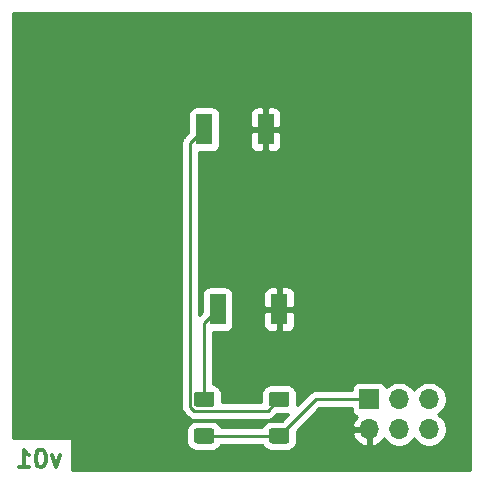
<source format=gbl>
%TF.GenerationSoftware,KiCad,Pcbnew,(5.1.12-1-10_14)*%
%TF.CreationDate,2022-04-05T15:59:24-04:00*%
%TF.ProjectId,Caution_SAO,43617574-696f-46e5-9f53-414f2e6b6963,rev?*%
%TF.SameCoordinates,Original*%
%TF.FileFunction,Copper,L2,Bot*%
%TF.FilePolarity,Positive*%
%FSLAX46Y46*%
G04 Gerber Fmt 4.6, Leading zero omitted, Abs format (unit mm)*
G04 Created by KiCad (PCBNEW (5.1.12-1-10_14)) date 2022-04-05 15:59:24*
%MOMM*%
%LPD*%
G01*
G04 APERTURE LIST*
%TA.AperFunction,NonConductor*%
%ADD10C,0.300000*%
%TD*%
%TA.AperFunction,SMDPad,CuDef*%
%ADD11R,1.400000X2.600000*%
%TD*%
%TA.AperFunction,ComponentPad*%
%ADD12R,1.700000X1.700000*%
%TD*%
%TA.AperFunction,ComponentPad*%
%ADD13O,1.700000X1.700000*%
%TD*%
%TA.AperFunction,Conductor*%
%ADD14C,0.250000*%
%TD*%
%TA.AperFunction,Conductor*%
%ADD15C,0.254000*%
%TD*%
%TA.AperFunction,Conductor*%
%ADD16C,0.100000*%
%TD*%
G04 APERTURE END LIST*
D10*
X104655714Y-138108571D02*
X104298571Y-139108571D01*
X103941428Y-138108571D01*
X103084285Y-137608571D02*
X102941428Y-137608571D01*
X102798571Y-137680000D01*
X102727142Y-137751428D01*
X102655714Y-137894285D01*
X102584285Y-138180000D01*
X102584285Y-138537142D01*
X102655714Y-138822857D01*
X102727142Y-138965714D01*
X102798571Y-139037142D01*
X102941428Y-139108571D01*
X103084285Y-139108571D01*
X103227142Y-139037142D01*
X103298571Y-138965714D01*
X103370000Y-138822857D01*
X103441428Y-138537142D01*
X103441428Y-138180000D01*
X103370000Y-137894285D01*
X103298571Y-137751428D01*
X103227142Y-137680000D01*
X103084285Y-137608571D01*
X101155714Y-139108571D02*
X102012857Y-139108571D01*
X101584285Y-139108571D02*
X101584285Y-137608571D01*
X101727142Y-137822857D01*
X101870000Y-137965714D01*
X102012857Y-138037142D01*
D11*
%TO.P,D1,2*%
%TO.N,Net-(D1-Pad2)*%
X117990000Y-125730000D03*
%TO.P,D1,1*%
%TO.N,GND*%
X123190000Y-125730000D03*
%TD*%
%TO.P,D2,1*%
%TO.N,GND*%
X122040000Y-110490000D03*
%TO.P,D2,2*%
%TO.N,Net-(D2-Pad2)*%
X116840000Y-110490000D03*
%TD*%
D12*
%TO.P,J1,1*%
%TO.N,VCC*%
X130810000Y-133350000D03*
D13*
%TO.P,J1,2*%
%TO.N,GND*%
X130810000Y-135890000D03*
%TO.P,J1,3*%
%TO.N,Net-(J1-Pad3)*%
X133350000Y-133350000D03*
%TO.P,J1,4*%
%TO.N,Net-(J1-Pad4)*%
X133350000Y-135890000D03*
%TO.P,J1,5*%
%TO.N,Net-(J1-Pad5)*%
X135890000Y-133350000D03*
%TO.P,J1,6*%
%TO.N,Net-(J1-Pad6)*%
X135890000Y-135890000D03*
%TD*%
%TO.P,R1,1*%
%TO.N,Net-(D1-Pad2)*%
%TA.AperFunction,SMDPad,CuDef*%
G36*
G01*
X116215000Y-132700000D02*
X117465000Y-132700000D01*
G75*
G02*
X117715000Y-132950000I0J-250000D01*
G01*
X117715000Y-133750000D01*
G75*
G02*
X117465000Y-134000000I-250000J0D01*
G01*
X116215000Y-134000000D01*
G75*
G02*
X115965000Y-133750000I0J250000D01*
G01*
X115965000Y-132950000D01*
G75*
G02*
X116215000Y-132700000I250000J0D01*
G01*
G37*
%TD.AperFunction*%
%TO.P,R1,2*%
%TO.N,VCC*%
%TA.AperFunction,SMDPad,CuDef*%
G36*
G01*
X116215000Y-135800000D02*
X117465000Y-135800000D01*
G75*
G02*
X117715000Y-136050000I0J-250000D01*
G01*
X117715000Y-136850000D01*
G75*
G02*
X117465000Y-137100000I-250000J0D01*
G01*
X116215000Y-137100000D01*
G75*
G02*
X115965000Y-136850000I0J250000D01*
G01*
X115965000Y-136050000D01*
G75*
G02*
X116215000Y-135800000I250000J0D01*
G01*
G37*
%TD.AperFunction*%
%TD*%
%TO.P,R2,2*%
%TO.N,VCC*%
%TA.AperFunction,SMDPad,CuDef*%
G36*
G01*
X122565000Y-135800000D02*
X123815000Y-135800000D01*
G75*
G02*
X124065000Y-136050000I0J-250000D01*
G01*
X124065000Y-136850000D01*
G75*
G02*
X123815000Y-137100000I-250000J0D01*
G01*
X122565000Y-137100000D01*
G75*
G02*
X122315000Y-136850000I0J250000D01*
G01*
X122315000Y-136050000D01*
G75*
G02*
X122565000Y-135800000I250000J0D01*
G01*
G37*
%TD.AperFunction*%
%TO.P,R2,1*%
%TO.N,Net-(D2-Pad2)*%
%TA.AperFunction,SMDPad,CuDef*%
G36*
G01*
X122565000Y-132700000D02*
X123815000Y-132700000D01*
G75*
G02*
X124065000Y-132950000I0J-250000D01*
G01*
X124065000Y-133750000D01*
G75*
G02*
X123815000Y-134000000I-250000J0D01*
G01*
X122565000Y-134000000D01*
G75*
G02*
X122315000Y-133750000I0J250000D01*
G01*
X122315000Y-132950000D01*
G75*
G02*
X122565000Y-132700000I250000J0D01*
G01*
G37*
%TD.AperFunction*%
%TD*%
D14*
%TO.N,Net-(D1-Pad2)*%
X116840000Y-126880000D02*
X117990000Y-125730000D01*
X116840000Y-133350000D02*
X116840000Y-126880000D01*
%TO.N,Net-(D2-Pad2)*%
X115639990Y-111690010D02*
X116840000Y-110490000D01*
X115976820Y-134325010D02*
X115639990Y-133988180D01*
X115639990Y-133988180D02*
X115639990Y-111690010D01*
X122214990Y-134325010D02*
X115976820Y-134325010D01*
X123190000Y-133350000D02*
X122214990Y-134325010D01*
%TO.N,VCC*%
X126290000Y-133350000D02*
X123190000Y-136450000D01*
X130810000Y-133350000D02*
X126290000Y-133350000D01*
X123190000Y-136450000D02*
X116840000Y-136450000D01*
%TD*%
D15*
%TO.N,GND*%
X139340001Y-139340000D02*
X105655000Y-139340000D01*
X105655000Y-136640000D01*
X100660000Y-136640000D01*
X100660000Y-111690010D01*
X114876314Y-111690010D01*
X114879991Y-111727343D01*
X114879990Y-133950858D01*
X114876314Y-133988180D01*
X114879990Y-134025502D01*
X114879990Y-134025512D01*
X114890987Y-134137165D01*
X114923208Y-134243386D01*
X114934444Y-134280426D01*
X115005016Y-134412456D01*
X115031052Y-134444180D01*
X115099989Y-134528181D01*
X115128993Y-134551984D01*
X115413016Y-134836007D01*
X115436819Y-134865011D01*
X115552544Y-134959984D01*
X115643581Y-135008645D01*
X115684573Y-135030556D01*
X115827834Y-135074013D01*
X115976820Y-135088687D01*
X116014153Y-135085010D01*
X122177668Y-135085010D01*
X122214990Y-135088686D01*
X122252312Y-135085010D01*
X122252323Y-135085010D01*
X122363976Y-135074013D01*
X122507237Y-135030556D01*
X122639266Y-134959984D01*
X122754991Y-134865011D01*
X122778794Y-134836008D01*
X122976729Y-134638072D01*
X123815000Y-134638072D01*
X123939377Y-134625822D01*
X123403271Y-135161928D01*
X122565000Y-135161928D01*
X122391746Y-135178992D01*
X122225150Y-135229528D01*
X122071614Y-135311595D01*
X121937038Y-135422038D01*
X121826595Y-135556614D01*
X121755298Y-135690000D01*
X118274702Y-135690000D01*
X118203405Y-135556614D01*
X118092962Y-135422038D01*
X117958386Y-135311595D01*
X117804850Y-135229528D01*
X117638254Y-135178992D01*
X117465000Y-135161928D01*
X116215000Y-135161928D01*
X116041746Y-135178992D01*
X115875150Y-135229528D01*
X115721614Y-135311595D01*
X115587038Y-135422038D01*
X115476595Y-135556614D01*
X115394528Y-135710150D01*
X115343992Y-135876746D01*
X115326928Y-136050000D01*
X115326928Y-136850000D01*
X115343992Y-137023254D01*
X115394528Y-137189850D01*
X115476595Y-137343386D01*
X115587038Y-137477962D01*
X115721614Y-137588405D01*
X115875150Y-137670472D01*
X116041746Y-137721008D01*
X116215000Y-137738072D01*
X117465000Y-137738072D01*
X117638254Y-137721008D01*
X117804850Y-137670472D01*
X117958386Y-137588405D01*
X118092962Y-137477962D01*
X118203405Y-137343386D01*
X118274702Y-137210000D01*
X121755298Y-137210000D01*
X121826595Y-137343386D01*
X121937038Y-137477962D01*
X122071614Y-137588405D01*
X122225150Y-137670472D01*
X122391746Y-137721008D01*
X122565000Y-137738072D01*
X123815000Y-137738072D01*
X123988254Y-137721008D01*
X124154850Y-137670472D01*
X124308386Y-137588405D01*
X124442962Y-137477962D01*
X124553405Y-137343386D01*
X124635472Y-137189850D01*
X124686008Y-137023254D01*
X124703072Y-136850000D01*
X124703072Y-136246891D01*
X129368519Y-136246891D01*
X129465843Y-136521252D01*
X129614822Y-136771355D01*
X129809731Y-136987588D01*
X130043080Y-137161641D01*
X130305901Y-137286825D01*
X130453110Y-137331476D01*
X130683000Y-137210155D01*
X130683000Y-136017000D01*
X129489186Y-136017000D01*
X129368519Y-136246891D01*
X124703072Y-136246891D01*
X124703072Y-136050000D01*
X124699641Y-136015161D01*
X126604802Y-134110000D01*
X129321928Y-134110000D01*
X129321928Y-134200000D01*
X129334188Y-134324482D01*
X129370498Y-134444180D01*
X129429463Y-134554494D01*
X129508815Y-134651185D01*
X129605506Y-134730537D01*
X129715820Y-134789502D01*
X129791626Y-134812498D01*
X129614822Y-135008645D01*
X129465843Y-135258748D01*
X129368519Y-135533109D01*
X129489186Y-135763000D01*
X130683000Y-135763000D01*
X130683000Y-135743000D01*
X130937000Y-135743000D01*
X130937000Y-135763000D01*
X130957000Y-135763000D01*
X130957000Y-136017000D01*
X130937000Y-136017000D01*
X130937000Y-137210155D01*
X131166890Y-137331476D01*
X131314099Y-137286825D01*
X131576920Y-137161641D01*
X131810269Y-136987588D01*
X132005178Y-136771355D01*
X132074805Y-136654466D01*
X132196525Y-136836632D01*
X132403368Y-137043475D01*
X132646589Y-137205990D01*
X132916842Y-137317932D01*
X133203740Y-137375000D01*
X133496260Y-137375000D01*
X133783158Y-137317932D01*
X134053411Y-137205990D01*
X134296632Y-137043475D01*
X134503475Y-136836632D01*
X134620000Y-136662240D01*
X134736525Y-136836632D01*
X134943368Y-137043475D01*
X135186589Y-137205990D01*
X135456842Y-137317932D01*
X135743740Y-137375000D01*
X136036260Y-137375000D01*
X136323158Y-137317932D01*
X136593411Y-137205990D01*
X136836632Y-137043475D01*
X137043475Y-136836632D01*
X137205990Y-136593411D01*
X137317932Y-136323158D01*
X137375000Y-136036260D01*
X137375000Y-135743740D01*
X137317932Y-135456842D01*
X137205990Y-135186589D01*
X137043475Y-134943368D01*
X136836632Y-134736525D01*
X136662240Y-134620000D01*
X136836632Y-134503475D01*
X137043475Y-134296632D01*
X137205990Y-134053411D01*
X137317932Y-133783158D01*
X137375000Y-133496260D01*
X137375000Y-133203740D01*
X137317932Y-132916842D01*
X137205990Y-132646589D01*
X137043475Y-132403368D01*
X136836632Y-132196525D01*
X136593411Y-132034010D01*
X136323158Y-131922068D01*
X136036260Y-131865000D01*
X135743740Y-131865000D01*
X135456842Y-131922068D01*
X135186589Y-132034010D01*
X134943368Y-132196525D01*
X134736525Y-132403368D01*
X134620000Y-132577760D01*
X134503475Y-132403368D01*
X134296632Y-132196525D01*
X134053411Y-132034010D01*
X133783158Y-131922068D01*
X133496260Y-131865000D01*
X133203740Y-131865000D01*
X132916842Y-131922068D01*
X132646589Y-132034010D01*
X132403368Y-132196525D01*
X132271513Y-132328380D01*
X132249502Y-132255820D01*
X132190537Y-132145506D01*
X132111185Y-132048815D01*
X132014494Y-131969463D01*
X131904180Y-131910498D01*
X131784482Y-131874188D01*
X131660000Y-131861928D01*
X129960000Y-131861928D01*
X129835518Y-131874188D01*
X129715820Y-131910498D01*
X129605506Y-131969463D01*
X129508815Y-132048815D01*
X129429463Y-132145506D01*
X129370498Y-132255820D01*
X129334188Y-132375518D01*
X129321928Y-132500000D01*
X129321928Y-132590000D01*
X126327322Y-132590000D01*
X126289999Y-132586324D01*
X126252676Y-132590000D01*
X126252667Y-132590000D01*
X126141014Y-132600997D01*
X125997753Y-132644454D01*
X125865723Y-132715026D01*
X125790518Y-132776746D01*
X125749999Y-132809999D01*
X125726201Y-132838997D01*
X124690822Y-133874376D01*
X124703072Y-133750000D01*
X124703072Y-132950000D01*
X124686008Y-132776746D01*
X124635472Y-132610150D01*
X124553405Y-132456614D01*
X124442962Y-132322038D01*
X124308386Y-132211595D01*
X124154850Y-132129528D01*
X123988254Y-132078992D01*
X123815000Y-132061928D01*
X122565000Y-132061928D01*
X122391746Y-132078992D01*
X122225150Y-132129528D01*
X122071614Y-132211595D01*
X121937038Y-132322038D01*
X121826595Y-132456614D01*
X121744528Y-132610150D01*
X121693992Y-132776746D01*
X121676928Y-132950000D01*
X121676928Y-133565010D01*
X118353072Y-133565010D01*
X118353072Y-132950000D01*
X118336008Y-132776746D01*
X118285472Y-132610150D01*
X118203405Y-132456614D01*
X118092962Y-132322038D01*
X117958386Y-132211595D01*
X117804850Y-132129528D01*
X117638254Y-132078992D01*
X117600000Y-132075224D01*
X117600000Y-127668072D01*
X118690000Y-127668072D01*
X118814482Y-127655812D01*
X118934180Y-127619502D01*
X119044494Y-127560537D01*
X119141185Y-127481185D01*
X119220537Y-127384494D01*
X119279502Y-127274180D01*
X119315812Y-127154482D01*
X119328072Y-127030000D01*
X121851928Y-127030000D01*
X121864188Y-127154482D01*
X121900498Y-127274180D01*
X121959463Y-127384494D01*
X122038815Y-127481185D01*
X122135506Y-127560537D01*
X122245820Y-127619502D01*
X122365518Y-127655812D01*
X122490000Y-127668072D01*
X122904250Y-127665000D01*
X123063000Y-127506250D01*
X123063000Y-125857000D01*
X123317000Y-125857000D01*
X123317000Y-127506250D01*
X123475750Y-127665000D01*
X123890000Y-127668072D01*
X124014482Y-127655812D01*
X124134180Y-127619502D01*
X124244494Y-127560537D01*
X124341185Y-127481185D01*
X124420537Y-127384494D01*
X124479502Y-127274180D01*
X124515812Y-127154482D01*
X124528072Y-127030000D01*
X124525000Y-126015750D01*
X124366250Y-125857000D01*
X123317000Y-125857000D01*
X123063000Y-125857000D01*
X122013750Y-125857000D01*
X121855000Y-126015750D01*
X121851928Y-127030000D01*
X119328072Y-127030000D01*
X119328072Y-124430000D01*
X121851928Y-124430000D01*
X121855000Y-125444250D01*
X122013750Y-125603000D01*
X123063000Y-125603000D01*
X123063000Y-123953750D01*
X123317000Y-123953750D01*
X123317000Y-125603000D01*
X124366250Y-125603000D01*
X124525000Y-125444250D01*
X124528072Y-124430000D01*
X124515812Y-124305518D01*
X124479502Y-124185820D01*
X124420537Y-124075506D01*
X124341185Y-123978815D01*
X124244494Y-123899463D01*
X124134180Y-123840498D01*
X124014482Y-123804188D01*
X123890000Y-123791928D01*
X123475750Y-123795000D01*
X123317000Y-123953750D01*
X123063000Y-123953750D01*
X122904250Y-123795000D01*
X122490000Y-123791928D01*
X122365518Y-123804188D01*
X122245820Y-123840498D01*
X122135506Y-123899463D01*
X122038815Y-123978815D01*
X121959463Y-124075506D01*
X121900498Y-124185820D01*
X121864188Y-124305518D01*
X121851928Y-124430000D01*
X119328072Y-124430000D01*
X119315812Y-124305518D01*
X119279502Y-124185820D01*
X119220537Y-124075506D01*
X119141185Y-123978815D01*
X119044494Y-123899463D01*
X118934180Y-123840498D01*
X118814482Y-123804188D01*
X118690000Y-123791928D01*
X117290000Y-123791928D01*
X117165518Y-123804188D01*
X117045820Y-123840498D01*
X116935506Y-123899463D01*
X116838815Y-123978815D01*
X116759463Y-124075506D01*
X116700498Y-124185820D01*
X116664188Y-124305518D01*
X116651928Y-124430000D01*
X116651928Y-125993271D01*
X116399990Y-126245209D01*
X116399990Y-112428072D01*
X117540000Y-112428072D01*
X117664482Y-112415812D01*
X117784180Y-112379502D01*
X117894494Y-112320537D01*
X117991185Y-112241185D01*
X118070537Y-112144494D01*
X118129502Y-112034180D01*
X118165812Y-111914482D01*
X118178072Y-111790000D01*
X120701928Y-111790000D01*
X120714188Y-111914482D01*
X120750498Y-112034180D01*
X120809463Y-112144494D01*
X120888815Y-112241185D01*
X120985506Y-112320537D01*
X121095820Y-112379502D01*
X121215518Y-112415812D01*
X121340000Y-112428072D01*
X121754250Y-112425000D01*
X121913000Y-112266250D01*
X121913000Y-110617000D01*
X122167000Y-110617000D01*
X122167000Y-112266250D01*
X122325750Y-112425000D01*
X122740000Y-112428072D01*
X122864482Y-112415812D01*
X122984180Y-112379502D01*
X123094494Y-112320537D01*
X123191185Y-112241185D01*
X123270537Y-112144494D01*
X123329502Y-112034180D01*
X123365812Y-111914482D01*
X123378072Y-111790000D01*
X123375000Y-110775750D01*
X123216250Y-110617000D01*
X122167000Y-110617000D01*
X121913000Y-110617000D01*
X120863750Y-110617000D01*
X120705000Y-110775750D01*
X120701928Y-111790000D01*
X118178072Y-111790000D01*
X118178072Y-109190000D01*
X120701928Y-109190000D01*
X120705000Y-110204250D01*
X120863750Y-110363000D01*
X121913000Y-110363000D01*
X121913000Y-108713750D01*
X122167000Y-108713750D01*
X122167000Y-110363000D01*
X123216250Y-110363000D01*
X123375000Y-110204250D01*
X123378072Y-109190000D01*
X123365812Y-109065518D01*
X123329502Y-108945820D01*
X123270537Y-108835506D01*
X123191185Y-108738815D01*
X123094494Y-108659463D01*
X122984180Y-108600498D01*
X122864482Y-108564188D01*
X122740000Y-108551928D01*
X122325750Y-108555000D01*
X122167000Y-108713750D01*
X121913000Y-108713750D01*
X121754250Y-108555000D01*
X121340000Y-108551928D01*
X121215518Y-108564188D01*
X121095820Y-108600498D01*
X120985506Y-108659463D01*
X120888815Y-108738815D01*
X120809463Y-108835506D01*
X120750498Y-108945820D01*
X120714188Y-109065518D01*
X120701928Y-109190000D01*
X118178072Y-109190000D01*
X118165812Y-109065518D01*
X118129502Y-108945820D01*
X118070537Y-108835506D01*
X117991185Y-108738815D01*
X117894494Y-108659463D01*
X117784180Y-108600498D01*
X117664482Y-108564188D01*
X117540000Y-108551928D01*
X116140000Y-108551928D01*
X116015518Y-108564188D01*
X115895820Y-108600498D01*
X115785506Y-108659463D01*
X115688815Y-108738815D01*
X115609463Y-108835506D01*
X115550498Y-108945820D01*
X115514188Y-109065518D01*
X115501928Y-109190000D01*
X115501928Y-110753270D01*
X115128988Y-111126211D01*
X115099990Y-111150009D01*
X115076192Y-111179007D01*
X115076191Y-111179008D01*
X115005016Y-111265734D01*
X114934444Y-111397764D01*
X114890988Y-111541025D01*
X114876314Y-111690010D01*
X100660000Y-111690010D01*
X100660000Y-100660000D01*
X139340000Y-100660000D01*
X139340001Y-139340000D01*
%TA.AperFunction,Conductor*%
D16*
G36*
X139340001Y-139340000D02*
G01*
X105655000Y-139340000D01*
X105655000Y-136640000D01*
X100660000Y-136640000D01*
X100660000Y-111690010D01*
X114876314Y-111690010D01*
X114879991Y-111727343D01*
X114879990Y-133950858D01*
X114876314Y-133988180D01*
X114879990Y-134025502D01*
X114879990Y-134025512D01*
X114890987Y-134137165D01*
X114923208Y-134243386D01*
X114934444Y-134280426D01*
X115005016Y-134412456D01*
X115031052Y-134444180D01*
X115099989Y-134528181D01*
X115128993Y-134551984D01*
X115413016Y-134836007D01*
X115436819Y-134865011D01*
X115552544Y-134959984D01*
X115643581Y-135008645D01*
X115684573Y-135030556D01*
X115827834Y-135074013D01*
X115976820Y-135088687D01*
X116014153Y-135085010D01*
X122177668Y-135085010D01*
X122214990Y-135088686D01*
X122252312Y-135085010D01*
X122252323Y-135085010D01*
X122363976Y-135074013D01*
X122507237Y-135030556D01*
X122639266Y-134959984D01*
X122754991Y-134865011D01*
X122778794Y-134836008D01*
X122976729Y-134638072D01*
X123815000Y-134638072D01*
X123939377Y-134625822D01*
X123403271Y-135161928D01*
X122565000Y-135161928D01*
X122391746Y-135178992D01*
X122225150Y-135229528D01*
X122071614Y-135311595D01*
X121937038Y-135422038D01*
X121826595Y-135556614D01*
X121755298Y-135690000D01*
X118274702Y-135690000D01*
X118203405Y-135556614D01*
X118092962Y-135422038D01*
X117958386Y-135311595D01*
X117804850Y-135229528D01*
X117638254Y-135178992D01*
X117465000Y-135161928D01*
X116215000Y-135161928D01*
X116041746Y-135178992D01*
X115875150Y-135229528D01*
X115721614Y-135311595D01*
X115587038Y-135422038D01*
X115476595Y-135556614D01*
X115394528Y-135710150D01*
X115343992Y-135876746D01*
X115326928Y-136050000D01*
X115326928Y-136850000D01*
X115343992Y-137023254D01*
X115394528Y-137189850D01*
X115476595Y-137343386D01*
X115587038Y-137477962D01*
X115721614Y-137588405D01*
X115875150Y-137670472D01*
X116041746Y-137721008D01*
X116215000Y-137738072D01*
X117465000Y-137738072D01*
X117638254Y-137721008D01*
X117804850Y-137670472D01*
X117958386Y-137588405D01*
X118092962Y-137477962D01*
X118203405Y-137343386D01*
X118274702Y-137210000D01*
X121755298Y-137210000D01*
X121826595Y-137343386D01*
X121937038Y-137477962D01*
X122071614Y-137588405D01*
X122225150Y-137670472D01*
X122391746Y-137721008D01*
X122565000Y-137738072D01*
X123815000Y-137738072D01*
X123988254Y-137721008D01*
X124154850Y-137670472D01*
X124308386Y-137588405D01*
X124442962Y-137477962D01*
X124553405Y-137343386D01*
X124635472Y-137189850D01*
X124686008Y-137023254D01*
X124703072Y-136850000D01*
X124703072Y-136246891D01*
X129368519Y-136246891D01*
X129465843Y-136521252D01*
X129614822Y-136771355D01*
X129809731Y-136987588D01*
X130043080Y-137161641D01*
X130305901Y-137286825D01*
X130453110Y-137331476D01*
X130683000Y-137210155D01*
X130683000Y-136017000D01*
X129489186Y-136017000D01*
X129368519Y-136246891D01*
X124703072Y-136246891D01*
X124703072Y-136050000D01*
X124699641Y-136015161D01*
X126604802Y-134110000D01*
X129321928Y-134110000D01*
X129321928Y-134200000D01*
X129334188Y-134324482D01*
X129370498Y-134444180D01*
X129429463Y-134554494D01*
X129508815Y-134651185D01*
X129605506Y-134730537D01*
X129715820Y-134789502D01*
X129791626Y-134812498D01*
X129614822Y-135008645D01*
X129465843Y-135258748D01*
X129368519Y-135533109D01*
X129489186Y-135763000D01*
X130683000Y-135763000D01*
X130683000Y-135743000D01*
X130937000Y-135743000D01*
X130937000Y-135763000D01*
X130957000Y-135763000D01*
X130957000Y-136017000D01*
X130937000Y-136017000D01*
X130937000Y-137210155D01*
X131166890Y-137331476D01*
X131314099Y-137286825D01*
X131576920Y-137161641D01*
X131810269Y-136987588D01*
X132005178Y-136771355D01*
X132074805Y-136654466D01*
X132196525Y-136836632D01*
X132403368Y-137043475D01*
X132646589Y-137205990D01*
X132916842Y-137317932D01*
X133203740Y-137375000D01*
X133496260Y-137375000D01*
X133783158Y-137317932D01*
X134053411Y-137205990D01*
X134296632Y-137043475D01*
X134503475Y-136836632D01*
X134620000Y-136662240D01*
X134736525Y-136836632D01*
X134943368Y-137043475D01*
X135186589Y-137205990D01*
X135456842Y-137317932D01*
X135743740Y-137375000D01*
X136036260Y-137375000D01*
X136323158Y-137317932D01*
X136593411Y-137205990D01*
X136836632Y-137043475D01*
X137043475Y-136836632D01*
X137205990Y-136593411D01*
X137317932Y-136323158D01*
X137375000Y-136036260D01*
X137375000Y-135743740D01*
X137317932Y-135456842D01*
X137205990Y-135186589D01*
X137043475Y-134943368D01*
X136836632Y-134736525D01*
X136662240Y-134620000D01*
X136836632Y-134503475D01*
X137043475Y-134296632D01*
X137205990Y-134053411D01*
X137317932Y-133783158D01*
X137375000Y-133496260D01*
X137375000Y-133203740D01*
X137317932Y-132916842D01*
X137205990Y-132646589D01*
X137043475Y-132403368D01*
X136836632Y-132196525D01*
X136593411Y-132034010D01*
X136323158Y-131922068D01*
X136036260Y-131865000D01*
X135743740Y-131865000D01*
X135456842Y-131922068D01*
X135186589Y-132034010D01*
X134943368Y-132196525D01*
X134736525Y-132403368D01*
X134620000Y-132577760D01*
X134503475Y-132403368D01*
X134296632Y-132196525D01*
X134053411Y-132034010D01*
X133783158Y-131922068D01*
X133496260Y-131865000D01*
X133203740Y-131865000D01*
X132916842Y-131922068D01*
X132646589Y-132034010D01*
X132403368Y-132196525D01*
X132271513Y-132328380D01*
X132249502Y-132255820D01*
X132190537Y-132145506D01*
X132111185Y-132048815D01*
X132014494Y-131969463D01*
X131904180Y-131910498D01*
X131784482Y-131874188D01*
X131660000Y-131861928D01*
X129960000Y-131861928D01*
X129835518Y-131874188D01*
X129715820Y-131910498D01*
X129605506Y-131969463D01*
X129508815Y-132048815D01*
X129429463Y-132145506D01*
X129370498Y-132255820D01*
X129334188Y-132375518D01*
X129321928Y-132500000D01*
X129321928Y-132590000D01*
X126327322Y-132590000D01*
X126289999Y-132586324D01*
X126252676Y-132590000D01*
X126252667Y-132590000D01*
X126141014Y-132600997D01*
X125997753Y-132644454D01*
X125865723Y-132715026D01*
X125790518Y-132776746D01*
X125749999Y-132809999D01*
X125726201Y-132838997D01*
X124690822Y-133874376D01*
X124703072Y-133750000D01*
X124703072Y-132950000D01*
X124686008Y-132776746D01*
X124635472Y-132610150D01*
X124553405Y-132456614D01*
X124442962Y-132322038D01*
X124308386Y-132211595D01*
X124154850Y-132129528D01*
X123988254Y-132078992D01*
X123815000Y-132061928D01*
X122565000Y-132061928D01*
X122391746Y-132078992D01*
X122225150Y-132129528D01*
X122071614Y-132211595D01*
X121937038Y-132322038D01*
X121826595Y-132456614D01*
X121744528Y-132610150D01*
X121693992Y-132776746D01*
X121676928Y-132950000D01*
X121676928Y-133565010D01*
X118353072Y-133565010D01*
X118353072Y-132950000D01*
X118336008Y-132776746D01*
X118285472Y-132610150D01*
X118203405Y-132456614D01*
X118092962Y-132322038D01*
X117958386Y-132211595D01*
X117804850Y-132129528D01*
X117638254Y-132078992D01*
X117600000Y-132075224D01*
X117600000Y-127668072D01*
X118690000Y-127668072D01*
X118814482Y-127655812D01*
X118934180Y-127619502D01*
X119044494Y-127560537D01*
X119141185Y-127481185D01*
X119220537Y-127384494D01*
X119279502Y-127274180D01*
X119315812Y-127154482D01*
X119328072Y-127030000D01*
X121851928Y-127030000D01*
X121864188Y-127154482D01*
X121900498Y-127274180D01*
X121959463Y-127384494D01*
X122038815Y-127481185D01*
X122135506Y-127560537D01*
X122245820Y-127619502D01*
X122365518Y-127655812D01*
X122490000Y-127668072D01*
X122904250Y-127665000D01*
X123063000Y-127506250D01*
X123063000Y-125857000D01*
X123317000Y-125857000D01*
X123317000Y-127506250D01*
X123475750Y-127665000D01*
X123890000Y-127668072D01*
X124014482Y-127655812D01*
X124134180Y-127619502D01*
X124244494Y-127560537D01*
X124341185Y-127481185D01*
X124420537Y-127384494D01*
X124479502Y-127274180D01*
X124515812Y-127154482D01*
X124528072Y-127030000D01*
X124525000Y-126015750D01*
X124366250Y-125857000D01*
X123317000Y-125857000D01*
X123063000Y-125857000D01*
X122013750Y-125857000D01*
X121855000Y-126015750D01*
X121851928Y-127030000D01*
X119328072Y-127030000D01*
X119328072Y-124430000D01*
X121851928Y-124430000D01*
X121855000Y-125444250D01*
X122013750Y-125603000D01*
X123063000Y-125603000D01*
X123063000Y-123953750D01*
X123317000Y-123953750D01*
X123317000Y-125603000D01*
X124366250Y-125603000D01*
X124525000Y-125444250D01*
X124528072Y-124430000D01*
X124515812Y-124305518D01*
X124479502Y-124185820D01*
X124420537Y-124075506D01*
X124341185Y-123978815D01*
X124244494Y-123899463D01*
X124134180Y-123840498D01*
X124014482Y-123804188D01*
X123890000Y-123791928D01*
X123475750Y-123795000D01*
X123317000Y-123953750D01*
X123063000Y-123953750D01*
X122904250Y-123795000D01*
X122490000Y-123791928D01*
X122365518Y-123804188D01*
X122245820Y-123840498D01*
X122135506Y-123899463D01*
X122038815Y-123978815D01*
X121959463Y-124075506D01*
X121900498Y-124185820D01*
X121864188Y-124305518D01*
X121851928Y-124430000D01*
X119328072Y-124430000D01*
X119315812Y-124305518D01*
X119279502Y-124185820D01*
X119220537Y-124075506D01*
X119141185Y-123978815D01*
X119044494Y-123899463D01*
X118934180Y-123840498D01*
X118814482Y-123804188D01*
X118690000Y-123791928D01*
X117290000Y-123791928D01*
X117165518Y-123804188D01*
X117045820Y-123840498D01*
X116935506Y-123899463D01*
X116838815Y-123978815D01*
X116759463Y-124075506D01*
X116700498Y-124185820D01*
X116664188Y-124305518D01*
X116651928Y-124430000D01*
X116651928Y-125993271D01*
X116399990Y-126245209D01*
X116399990Y-112428072D01*
X117540000Y-112428072D01*
X117664482Y-112415812D01*
X117784180Y-112379502D01*
X117894494Y-112320537D01*
X117991185Y-112241185D01*
X118070537Y-112144494D01*
X118129502Y-112034180D01*
X118165812Y-111914482D01*
X118178072Y-111790000D01*
X120701928Y-111790000D01*
X120714188Y-111914482D01*
X120750498Y-112034180D01*
X120809463Y-112144494D01*
X120888815Y-112241185D01*
X120985506Y-112320537D01*
X121095820Y-112379502D01*
X121215518Y-112415812D01*
X121340000Y-112428072D01*
X121754250Y-112425000D01*
X121913000Y-112266250D01*
X121913000Y-110617000D01*
X122167000Y-110617000D01*
X122167000Y-112266250D01*
X122325750Y-112425000D01*
X122740000Y-112428072D01*
X122864482Y-112415812D01*
X122984180Y-112379502D01*
X123094494Y-112320537D01*
X123191185Y-112241185D01*
X123270537Y-112144494D01*
X123329502Y-112034180D01*
X123365812Y-111914482D01*
X123378072Y-111790000D01*
X123375000Y-110775750D01*
X123216250Y-110617000D01*
X122167000Y-110617000D01*
X121913000Y-110617000D01*
X120863750Y-110617000D01*
X120705000Y-110775750D01*
X120701928Y-111790000D01*
X118178072Y-111790000D01*
X118178072Y-109190000D01*
X120701928Y-109190000D01*
X120705000Y-110204250D01*
X120863750Y-110363000D01*
X121913000Y-110363000D01*
X121913000Y-108713750D01*
X122167000Y-108713750D01*
X122167000Y-110363000D01*
X123216250Y-110363000D01*
X123375000Y-110204250D01*
X123378072Y-109190000D01*
X123365812Y-109065518D01*
X123329502Y-108945820D01*
X123270537Y-108835506D01*
X123191185Y-108738815D01*
X123094494Y-108659463D01*
X122984180Y-108600498D01*
X122864482Y-108564188D01*
X122740000Y-108551928D01*
X122325750Y-108555000D01*
X122167000Y-108713750D01*
X121913000Y-108713750D01*
X121754250Y-108555000D01*
X121340000Y-108551928D01*
X121215518Y-108564188D01*
X121095820Y-108600498D01*
X120985506Y-108659463D01*
X120888815Y-108738815D01*
X120809463Y-108835506D01*
X120750498Y-108945820D01*
X120714188Y-109065518D01*
X120701928Y-109190000D01*
X118178072Y-109190000D01*
X118165812Y-109065518D01*
X118129502Y-108945820D01*
X118070537Y-108835506D01*
X117991185Y-108738815D01*
X117894494Y-108659463D01*
X117784180Y-108600498D01*
X117664482Y-108564188D01*
X117540000Y-108551928D01*
X116140000Y-108551928D01*
X116015518Y-108564188D01*
X115895820Y-108600498D01*
X115785506Y-108659463D01*
X115688815Y-108738815D01*
X115609463Y-108835506D01*
X115550498Y-108945820D01*
X115514188Y-109065518D01*
X115501928Y-109190000D01*
X115501928Y-110753270D01*
X115128988Y-111126211D01*
X115099990Y-111150009D01*
X115076192Y-111179007D01*
X115076191Y-111179008D01*
X115005016Y-111265734D01*
X114934444Y-111397764D01*
X114890988Y-111541025D01*
X114876314Y-111690010D01*
X100660000Y-111690010D01*
X100660000Y-100660000D01*
X139340000Y-100660000D01*
X139340001Y-139340000D01*
G37*
%TD.AperFunction*%
%TD*%
M02*

</source>
